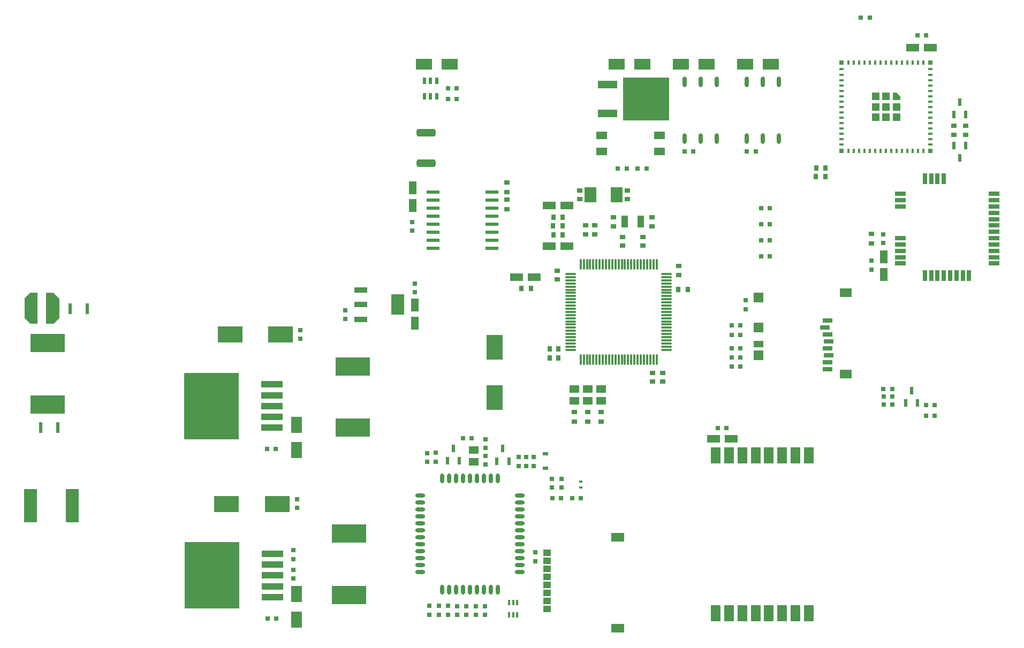
<source format=gtp>
G04*
G04 #@! TF.GenerationSoftware,Altium Limited,Altium Designer,21.8.1 (53)*
G04*
G04 Layer_Color=8421504*
%FSLAX25Y25*%
%MOIN*%
G70*
G04*
G04 #@! TF.SameCoordinates,3454F2FE-2F19-4CCB-A9DF-A7C270953791*
G04*
G04*
G04 #@! TF.FilePolarity,Positive*
G04*
G01*
G75*
%ADD21R,0.04724X0.03937*%
%ADD22R,0.07874X0.05315*%
%ADD23R,0.07087X0.02756*%
%ADD24R,0.02756X0.07087*%
%ADD25R,0.08465X0.12795*%
%ADD26R,0.08465X0.03740*%
%ADD27R,0.03000X0.03000*%
%ADD28R,0.04724X0.07874*%
%ADD29R,0.07874X0.04724*%
%ADD30R,0.02756X0.03543*%
%ADD31R,0.03000X0.03000*%
G04:AMPARAMS|DCode=32|XSize=80.71mil|YSize=23.23mil|CornerRadius=2.9mil|HoleSize=0mil|Usage=FLASHONLY|Rotation=0.000|XOffset=0mil|YOffset=0mil|HoleType=Round|Shape=RoundedRectangle|*
%AMROUNDEDRECTD32*
21,1,0.08071,0.01742,0,0,0.0*
21,1,0.07490,0.02323,0,0,0.0*
1,1,0.00581,0.03745,-0.00871*
1,1,0.00581,-0.03745,-0.00871*
1,1,0.00581,-0.03745,0.00871*
1,1,0.00581,0.03745,0.00871*
%
%ADD32ROUNDEDRECTD32*%
%ADD33R,0.03543X0.02756*%
%ADD34R,0.03543X0.03150*%
%ADD35R,0.04331X0.07480*%
%ADD36R,0.03150X0.03150*%
%ADD37R,0.04724X0.04724*%
%ADD38R,0.03150X0.01575*%
%ADD39R,0.01575X0.03150*%
%ADD40R,0.02362X0.05118*%
%ADD41R,0.05906X0.05118*%
%ADD42R,0.03150X0.03543*%
%ADD43R,0.07480X0.09449*%
%ADD44O,0.01181X0.07087*%
%ADD45O,0.07087X0.01181*%
%ADD46R,0.05906X0.03150*%
%ADD47R,0.07480X0.05512*%
%ADD48R,0.05906X0.06299*%
%ADD49R,0.05906X0.05906*%
%ADD50R,0.05906X0.03937*%
%ADD51R,0.12008X0.04921*%
%ADD52R,0.28740X0.26772*%
%ADD53R,0.06500X0.05100*%
%ADD54R,0.09843X0.06693*%
%ADD55O,0.02559X0.06496*%
%ADD56R,0.03268X0.02480*%
%ADD57R,0.01965X0.01781*%
%ADD58R,0.01575X0.03347*%
%ADD59R,0.33858X0.41339*%
%ADD60R,0.13780X0.04331*%
%ADD61R,0.06693X0.09843*%
%ADD62R,0.21260X0.11417*%
%ADD63R,0.04724X0.19291*%
%ADD64R,0.02362X0.06693*%
%ADD65R,0.07874X0.20866*%
%ADD66R,0.02362X0.03937*%
%ADD67R,0.15748X0.09843*%
%ADD68R,0.09843X0.15748*%
G04:AMPARAMS|DCode=69|XSize=47.24mil|YSize=118.11mil|CornerRadius=11.81mil|HoleSize=0mil|Usage=FLASHONLY|Rotation=270.000|XOffset=0mil|YOffset=0mil|HoleType=Round|Shape=RoundedRectangle|*
%AMROUNDEDRECTD69*
21,1,0.04724,0.09449,0,0,270.0*
21,1,0.02362,0.11811,0,0,270.0*
1,1,0.02362,-0.04724,-0.01181*
1,1,0.02362,-0.04724,0.01181*
1,1,0.02362,0.04724,0.01181*
1,1,0.02362,0.04724,-0.01181*
%
%ADD69ROUNDEDRECTD69*%
%ADD70R,0.05906X0.09843*%
%ADD71O,0.02362X0.06299*%
%ADD72O,0.06299X0.02362*%
G36*
X-37268Y164547D02*
X-33724Y161004D01*
X-29000D01*
Y180295D01*
X-33724D01*
X-37268Y176752D01*
Y164547D01*
D02*
G37*
G36*
X-15614Y176752D02*
X-19157Y180295D01*
X-23882D01*
Y161004D01*
X-19157D01*
X-15614Y164547D01*
Y176752D01*
D02*
G37*
G36*
X503376Y300187D02*
Y304912D01*
X505738D01*
X508100Y302550D01*
Y300187D01*
X503376D01*
D02*
G37*
D21*
X288138Y18167D02*
D03*
Y8167D02*
D03*
Y-1833D02*
D03*
Y-11833D02*
D03*
Y13167D02*
D03*
Y3167D02*
D03*
Y-6833D02*
D03*
Y-16833D02*
D03*
D22*
X332232Y-28762D02*
D03*
Y27931D02*
D03*
D23*
X566372Y198512D02*
D03*
X566372Y202449D02*
D03*
X566372Y206386D02*
D03*
X566372Y210323D02*
D03*
X566372Y214260D02*
D03*
X566372Y218197D02*
D03*
X566372Y222134D02*
D03*
X566372Y226071D02*
D03*
X566372Y230008D02*
D03*
X566372Y233945D02*
D03*
X566372Y237882D02*
D03*
X566372Y241819D02*
D03*
X508104Y198512D02*
D03*
X508104Y202449D02*
D03*
X508104Y206386D02*
D03*
X508104Y210323D02*
D03*
X508104Y214260D02*
D03*
X508104Y233945D02*
D03*
X508104Y237882D02*
D03*
X508104Y241819D02*
D03*
D24*
X523458Y191032D02*
D03*
X527395D02*
D03*
X531332D02*
D03*
X535269D02*
D03*
X539206D02*
D03*
X543143D02*
D03*
X547080D02*
D03*
X551017D02*
D03*
X523458Y251268D02*
D03*
X527395D02*
D03*
X531332D02*
D03*
X535269D02*
D03*
D25*
X195100Y172800D02*
D03*
D26*
X172265Y163745D02*
D03*
Y172800D02*
D03*
Y181855D02*
D03*
D27*
X205747Y186068D02*
D03*
Y180568D02*
D03*
X490238Y200290D02*
D03*
Y194790D02*
D03*
X497638Y211250D02*
D03*
Y216750D02*
D03*
X411838Y170099D02*
D03*
Y175600D02*
D03*
X243703Y-20512D02*
D03*
Y-15012D02*
D03*
X232315Y-20512D02*
D03*
Y-15012D02*
D03*
X220926Y-20262D02*
D03*
Y-14762D02*
D03*
X214933Y-20263D02*
D03*
Y-14763D02*
D03*
X226620Y-20263D02*
D03*
Y-14763D02*
D03*
X238009Y-20513D02*
D03*
Y-15013D02*
D03*
X249397D02*
D03*
Y-20513D02*
D03*
X218942Y80488D02*
D03*
Y74988D02*
D03*
X213445Y80438D02*
D03*
Y74938D02*
D03*
X280732Y18588D02*
D03*
Y13088D02*
D03*
X249706Y78788D02*
D03*
Y73288D02*
D03*
Y89010D02*
D03*
Y83510D02*
D03*
X132492Y46265D02*
D03*
Y51765D02*
D03*
X130048Y19894D02*
D03*
Y14394D02*
D03*
Y2173D02*
D03*
Y7673D02*
D03*
X162600Y163850D02*
D03*
Y169350D02*
D03*
X204324Y218913D02*
D03*
Y224413D02*
D03*
X297118Y64333D02*
D03*
Y58833D02*
D03*
X291232Y64333D02*
D03*
Y58833D02*
D03*
X275088Y72410D02*
D03*
Y77910D02*
D03*
X279786Y72410D02*
D03*
Y77910D02*
D03*
X270390Y72410D02*
D03*
Y77910D02*
D03*
X134446Y151499D02*
D03*
Y156999D02*
D03*
D28*
X205747Y161462D02*
D03*
Y172486D02*
D03*
X204423Y234655D02*
D03*
Y245679D02*
D03*
X497862Y202761D02*
D03*
Y191738D02*
D03*
D29*
X269162Y189989D02*
D03*
X280186D02*
D03*
X289640Y234592D02*
D03*
X300664D02*
D03*
X515826Y333050D02*
D03*
X526850D02*
D03*
X300664Y209350D02*
D03*
X289640D02*
D03*
X391826Y89388D02*
D03*
X402850D02*
D03*
D30*
X278091Y182847D02*
D03*
X272185D02*
D03*
X455685Y252537D02*
D03*
X461591D02*
D03*
X455785Y258050D02*
D03*
X461691D02*
D03*
X291888Y221950D02*
D03*
X297794D02*
D03*
X369943Y182360D02*
D03*
X375849D02*
D03*
D31*
X231987Y300939D02*
D03*
X226487D02*
D03*
X226488Y307650D02*
D03*
X231988D02*
D03*
X344573Y257597D02*
D03*
X350073D02*
D03*
X337852Y257597D02*
D03*
X332352D02*
D03*
X426899Y232950D02*
D03*
X421399D02*
D03*
X426899Y222949D02*
D03*
X421399D02*
D03*
X426899Y212949D02*
D03*
X421399D02*
D03*
X426899Y202950D02*
D03*
X421399D02*
D03*
X524288Y340673D02*
D03*
X518788D02*
D03*
X529567Y110191D02*
D03*
X524067D02*
D03*
X529567Y103481D02*
D03*
X524067D02*
D03*
X503167Y120201D02*
D03*
X497668D02*
D03*
X497725Y115491D02*
D03*
X503225D02*
D03*
X503226Y110781D02*
D03*
X497725D02*
D03*
X408676Y140019D02*
D03*
X403176D02*
D03*
X408588Y145649D02*
D03*
X403088D02*
D03*
X408588Y153833D02*
D03*
X403088D02*
D03*
X394388Y96012D02*
D03*
X399888D02*
D03*
X408588Y159836D02*
D03*
X403088D02*
D03*
X408676Y134389D02*
D03*
X403176D02*
D03*
X379301Y268439D02*
D03*
X373801D02*
D03*
X412601D02*
D03*
X418101D02*
D03*
X483688Y351550D02*
D03*
X489188D02*
D03*
X296982Y52341D02*
D03*
X291482D02*
D03*
X309333D02*
D03*
X303833D02*
D03*
X241297Y89509D02*
D03*
X235797D02*
D03*
X113829Y83015D02*
D03*
X119329D02*
D03*
X114055Y-22585D02*
D03*
X119555D02*
D03*
D32*
X253754Y243100D02*
D03*
Y238100D02*
D03*
Y233100D02*
D03*
Y228100D02*
D03*
Y223100D02*
D03*
Y218100D02*
D03*
Y213100D02*
D03*
Y208100D02*
D03*
X217100D02*
D03*
Y213100D02*
D03*
Y218100D02*
D03*
Y223100D02*
D03*
Y228100D02*
D03*
Y233100D02*
D03*
Y238100D02*
D03*
Y243100D02*
D03*
D33*
X263200Y248853D02*
D03*
Y242947D02*
D03*
X263200Y232247D02*
D03*
Y238153D02*
D03*
X541445Y284402D02*
D03*
Y278497D02*
D03*
X548925Y278497D02*
D03*
Y284402D02*
D03*
X490238Y216902D02*
D03*
Y210997D02*
D03*
X305178Y100070D02*
D03*
Y105975D02*
D03*
X313458Y100070D02*
D03*
Y105975D02*
D03*
X321739Y100070D02*
D03*
Y105975D02*
D03*
D34*
X317713Y216644D02*
D03*
Y222156D02*
D03*
X338338Y244104D02*
D03*
Y238593D02*
D03*
X329493Y227306D02*
D03*
Y221794D02*
D03*
X347838Y215106D02*
D03*
Y209594D02*
D03*
X353606Y221680D02*
D03*
Y227191D02*
D03*
X370337Y196805D02*
D03*
Y191294D02*
D03*
X294638Y188494D02*
D03*
Y194005D02*
D03*
X353725Y130405D02*
D03*
Y124894D02*
D03*
X360238Y130447D02*
D03*
Y124935D02*
D03*
X335238Y209594D02*
D03*
Y215106D02*
D03*
X312200Y216644D02*
D03*
Y222156D02*
D03*
X308462Y238593D02*
D03*
Y244104D02*
D03*
D35*
X336616Y224550D02*
D03*
X346459D02*
D03*
D36*
X526801Y323613D02*
D03*
Y268495D02*
D03*
X471683D02*
D03*
Y323613D02*
D03*
D37*
X505738Y296054D02*
D03*
Y289558D02*
D03*
X499242D02*
D03*
X492746D02*
D03*
Y296054D02*
D03*
X499242Y302550D02*
D03*
X492746D02*
D03*
X499242Y296054D02*
D03*
D38*
X526801Y319479D02*
D03*
Y316132D02*
D03*
Y312786D02*
D03*
Y309439D02*
D03*
Y306093D02*
D03*
Y302746D02*
D03*
Y299400D02*
D03*
Y296054D02*
D03*
Y292707D02*
D03*
Y289361D02*
D03*
Y286014D02*
D03*
Y282668D02*
D03*
Y279321D02*
D03*
Y275975D02*
D03*
Y272628D02*
D03*
X471683D02*
D03*
Y275975D02*
D03*
Y279321D02*
D03*
Y282668D02*
D03*
Y286014D02*
D03*
Y289361D02*
D03*
Y292707D02*
D03*
Y296054D02*
D03*
Y299400D02*
D03*
Y302746D02*
D03*
Y306093D02*
D03*
Y309439D02*
D03*
Y312786D02*
D03*
Y316132D02*
D03*
Y319479D02*
D03*
D39*
X522667Y268495D02*
D03*
X519320D02*
D03*
X515974D02*
D03*
X512628D02*
D03*
X509281D02*
D03*
X505935D02*
D03*
X502588D02*
D03*
X499242D02*
D03*
X495895D02*
D03*
X492549D02*
D03*
X489202D02*
D03*
X485856D02*
D03*
X482510D02*
D03*
X479163D02*
D03*
X475817D02*
D03*
Y323613D02*
D03*
X479163D02*
D03*
X482510D02*
D03*
X485856D02*
D03*
X489202D02*
D03*
X492549D02*
D03*
X495895D02*
D03*
X499242D02*
D03*
X502588D02*
D03*
X505935D02*
D03*
X509281D02*
D03*
X512628D02*
D03*
X515974D02*
D03*
X519320D02*
D03*
X522667D02*
D03*
D40*
X548925Y272098D02*
D03*
X541445D02*
D03*
X545185Y264224D02*
D03*
X541445Y291201D02*
D03*
X548925D02*
D03*
X545185Y299075D02*
D03*
X511417Y111555D02*
D03*
X518897D02*
D03*
X515157Y119429D02*
D03*
X226128Y75483D02*
D03*
X233608D02*
D03*
X229868Y83357D02*
D03*
X256892Y75283D02*
D03*
X264373D02*
D03*
X260632Y83157D02*
D03*
D41*
X305178Y120346D02*
D03*
Y112866D02*
D03*
X313458Y120346D02*
D03*
Y112866D02*
D03*
X321739Y120346D02*
D03*
Y112866D02*
D03*
X242432Y74938D02*
D03*
Y82418D02*
D03*
D42*
X297794Y216437D02*
D03*
X292282D02*
D03*
X297694Y227463D02*
D03*
X292182D02*
D03*
X295335Y145240D02*
D03*
X289824D02*
D03*
X295295Y139727D02*
D03*
X289783D02*
D03*
D43*
X331470Y241362D02*
D03*
X315329D02*
D03*
D44*
X356360Y198074D02*
D03*
X354391D02*
D03*
X352423D02*
D03*
X350454D02*
D03*
X348486D02*
D03*
X346517D02*
D03*
X344549D02*
D03*
X342580D02*
D03*
X340612D02*
D03*
X338643D02*
D03*
X336675D02*
D03*
X334706D02*
D03*
X332738D02*
D03*
X330769D02*
D03*
X328801D02*
D03*
X326832D02*
D03*
X324864D02*
D03*
X322895D02*
D03*
X320927D02*
D03*
X318958D02*
D03*
X316990D02*
D03*
X315021D02*
D03*
X313053D02*
D03*
X311084D02*
D03*
X309116D02*
D03*
Y138625D02*
D03*
X311084D02*
D03*
X313053D02*
D03*
X315021D02*
D03*
X316990D02*
D03*
X318958D02*
D03*
X320927D02*
D03*
X322895D02*
D03*
X324864D02*
D03*
X326832D02*
D03*
X328801D02*
D03*
X330769D02*
D03*
X332738D02*
D03*
X334706D02*
D03*
X336675D02*
D03*
X338643D02*
D03*
X340612D02*
D03*
X342580D02*
D03*
X344549D02*
D03*
X346517D02*
D03*
X348486D02*
D03*
X350454D02*
D03*
X352423D02*
D03*
X354391D02*
D03*
X356360D02*
D03*
D45*
X303013Y191972D02*
D03*
Y190003D02*
D03*
Y188034D02*
D03*
Y186066D02*
D03*
Y184098D02*
D03*
Y182129D02*
D03*
Y180160D02*
D03*
Y178192D02*
D03*
Y176224D02*
D03*
Y174255D02*
D03*
Y172286D02*
D03*
Y170318D02*
D03*
Y168350D02*
D03*
Y166381D02*
D03*
Y164412D02*
D03*
Y162444D02*
D03*
Y160476D02*
D03*
Y158507D02*
D03*
Y156538D02*
D03*
Y154570D02*
D03*
Y152602D02*
D03*
Y150633D02*
D03*
Y148664D02*
D03*
Y146696D02*
D03*
Y144728D02*
D03*
X362462D02*
D03*
Y146696D02*
D03*
Y148664D02*
D03*
Y150633D02*
D03*
Y152602D02*
D03*
Y154570D02*
D03*
Y156538D02*
D03*
Y158507D02*
D03*
Y160476D02*
D03*
Y162444D02*
D03*
Y164412D02*
D03*
Y166381D02*
D03*
Y168350D02*
D03*
Y170318D02*
D03*
Y172286D02*
D03*
Y174255D02*
D03*
Y176224D02*
D03*
Y178192D02*
D03*
Y180160D02*
D03*
Y182129D02*
D03*
Y184098D02*
D03*
Y186066D02*
D03*
Y188034D02*
D03*
Y190003D02*
D03*
Y191972D02*
D03*
D46*
X462888Y132739D02*
D03*
Y137070D02*
D03*
X463676Y141401D02*
D03*
X462888Y145731D02*
D03*
X463676Y150062D02*
D03*
X462888Y154393D02*
D03*
X461314Y158723D02*
D03*
X462888Y163054D02*
D03*
D47*
X474109Y129629D02*
D03*
Y180416D02*
D03*
D48*
X419975Y141243D02*
D03*
Y177463D02*
D03*
D49*
Y158566D02*
D03*
D50*
Y148330D02*
D03*
D51*
X326009Y309838D02*
D03*
Y291806D02*
D03*
D52*
X350025Y300822D02*
D03*
D53*
X358051Y268402D02*
D03*
Y278402D02*
D03*
X322151D02*
D03*
Y268402D02*
D03*
D54*
X331656Y322650D02*
D03*
X347404D02*
D03*
X371666D02*
D03*
X387414D02*
D03*
X411676D02*
D03*
X427424D02*
D03*
X211651D02*
D03*
X227399D02*
D03*
D55*
X393801Y311511D02*
D03*
X383801D02*
D03*
X373801D02*
D03*
X393801Y276275D02*
D03*
X383801D02*
D03*
X373801D02*
D03*
X432601Y311511D02*
D03*
X422601D02*
D03*
X412601D02*
D03*
X432601Y276275D02*
D03*
X422601D02*
D03*
X412601D02*
D03*
D56*
X287256Y71048D02*
D03*
Y79828D02*
D03*
D57*
X309333Y59061D02*
D03*
Y62614D02*
D03*
D58*
X264573Y-12722D02*
D03*
Y-20202D02*
D03*
X267132D02*
D03*
X269691D02*
D03*
Y-12722D02*
D03*
X267132D02*
D03*
D59*
X79539Y4150D02*
D03*
X79245Y109749D02*
D03*
D60*
X117138Y17535D02*
D03*
Y10842D02*
D03*
Y4150D02*
D03*
Y-2543D02*
D03*
Y-9236D02*
D03*
X116843Y123135D02*
D03*
Y116442D02*
D03*
Y109749D02*
D03*
Y103056D02*
D03*
Y96363D02*
D03*
D61*
X132161Y-23229D02*
D03*
Y-7481D02*
D03*
X132100Y82375D02*
D03*
Y98123D02*
D03*
D62*
X167138Y134339D02*
D03*
Y96150D02*
D03*
X164954Y30239D02*
D03*
Y-7950D02*
D03*
X-22701Y148979D02*
D03*
Y110790D02*
D03*
D63*
X-31362Y170650D02*
D03*
X-21520D02*
D03*
D64*
X-8704Y170338D02*
D03*
X2021D02*
D03*
X-16500Y96322D02*
D03*
X-27224D02*
D03*
D65*
X-33354Y47650D02*
D03*
X-7370D02*
D03*
D66*
X211898Y312397D02*
D03*
X219378D02*
D03*
Y302554D02*
D03*
X215638D02*
D03*
X211898D02*
D03*
X215638Y312397D02*
D03*
D67*
X120189Y48655D02*
D03*
X88693D02*
D03*
X122272Y154254D02*
D03*
X90776D02*
D03*
D68*
X255438Y146298D02*
D03*
Y114802D02*
D03*
D69*
X212796Y260936D02*
D03*
Y279834D02*
D03*
D70*
X451163Y-19464D02*
D03*
X442895D02*
D03*
X434627D02*
D03*
X426359D02*
D03*
X418092D02*
D03*
X409824D02*
D03*
X401556D02*
D03*
X393289D02*
D03*
Y78961D02*
D03*
X401556D02*
D03*
X409824D02*
D03*
X418092D02*
D03*
X426359D02*
D03*
X434627D02*
D03*
X442895D02*
D03*
X451163D02*
D03*
D71*
X240232Y-4554D02*
D03*
X235902D02*
D03*
X231571D02*
D03*
X227240D02*
D03*
X222910D02*
D03*
X257555D02*
D03*
X253224D02*
D03*
X248894D02*
D03*
X244563D02*
D03*
X240232Y64738D02*
D03*
X235902D02*
D03*
X231571D02*
D03*
X227240D02*
D03*
X222910D02*
D03*
X257555D02*
D03*
X253224D02*
D03*
X248894D02*
D03*
X244563D02*
D03*
D72*
X209327Y32257D02*
D03*
Y27927D02*
D03*
Y36588D02*
D03*
Y40919D02*
D03*
Y45250D02*
D03*
Y49580D02*
D03*
Y53911D02*
D03*
Y6273D02*
D03*
Y10604D02*
D03*
Y14935D02*
D03*
Y19265D02*
D03*
Y23596D02*
D03*
X271138Y32257D02*
D03*
Y27927D02*
D03*
Y36588D02*
D03*
Y40919D02*
D03*
Y45250D02*
D03*
Y49580D02*
D03*
Y6273D02*
D03*
Y10604D02*
D03*
Y14935D02*
D03*
Y19265D02*
D03*
Y23596D02*
D03*
Y53911D02*
D03*
M02*

</source>
